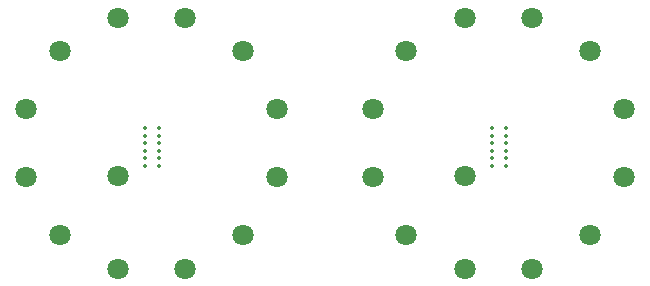
<source format=gbl>
G04 Layer: BottomLayer*
G04 EasyEDA v6.5.22, 2023-02-07 10:05:31*
G04 24e3a34850004dcea71f034b172b0f1c,75b3b602af0e4f63a68ccc19c93352f5,10*
G04 Gerber Generator version 0.2*
G04 Scale: 100 percent, Rotated: No, Reflected: No *
G04 Dimensions in millimeters *
G04 leading zeros omitted , absolute positions ,4 integer and 5 decimal *
%FSLAX45Y45*%
%MOMM*%

%ADD10C,1.8000*%
%ADD11C,0.3500*%

%LPD*%
D10*
G01*
X1062507Y-284708D03*
G01*
X777798Y-777798D03*
G01*
X1062507Y284708D03*
G01*
X777798Y777798D03*
G01*
X284708Y1062507D03*
G01*
X-284708Y1062507D03*
G01*
X-1062507Y284708D03*
G01*
X-1062507Y-284708D03*
G01*
X-284708Y-1062507D03*
G01*
X284708Y-1062507D03*
G01*
X-777798Y-777798D03*
G01*
X-777798Y777798D03*
G01*
X-282803Y-282803D03*
G01*
X3997502Y-284708D03*
G01*
X3712794Y-777798D03*
G01*
X3997502Y284708D03*
G01*
X3712794Y777798D03*
G01*
X3219704Y1062507D03*
G01*
X2650286Y1062507D03*
G01*
X1872488Y284708D03*
G01*
X1872488Y-284708D03*
G01*
X2650286Y-1062507D03*
G01*
X3219704Y-1062507D03*
G01*
X2157196Y-777798D03*
G01*
X2157196Y777798D03*
G01*
X2652191Y-282803D03*
D11*
G01*
X-54990Y127990D03*
G01*
X-54990Y64007D03*
G01*
X-54990Y0D03*
G01*
X-54990Y-64007D03*
G01*
X-54990Y-127990D03*
G01*
X-54990Y-191998D03*
G01*
X64007Y127990D03*
G01*
X64007Y64007D03*
G01*
X64007Y0D03*
G01*
X64007Y-64007D03*
G01*
X64007Y-127990D03*
G01*
X64007Y-191998D03*
G01*
X2999003Y-191998D03*
G01*
X2999003Y-127990D03*
G01*
X2999003Y-64007D03*
G01*
X2999003Y0D03*
G01*
X2999003Y64007D03*
G01*
X2999003Y127990D03*
G01*
X2880004Y-191998D03*
G01*
X2880004Y-127990D03*
G01*
X2880004Y-64007D03*
G01*
X2880004Y0D03*
G01*
X2880004Y64007D03*
G01*
X2880004Y127990D03*
M02*

</source>
